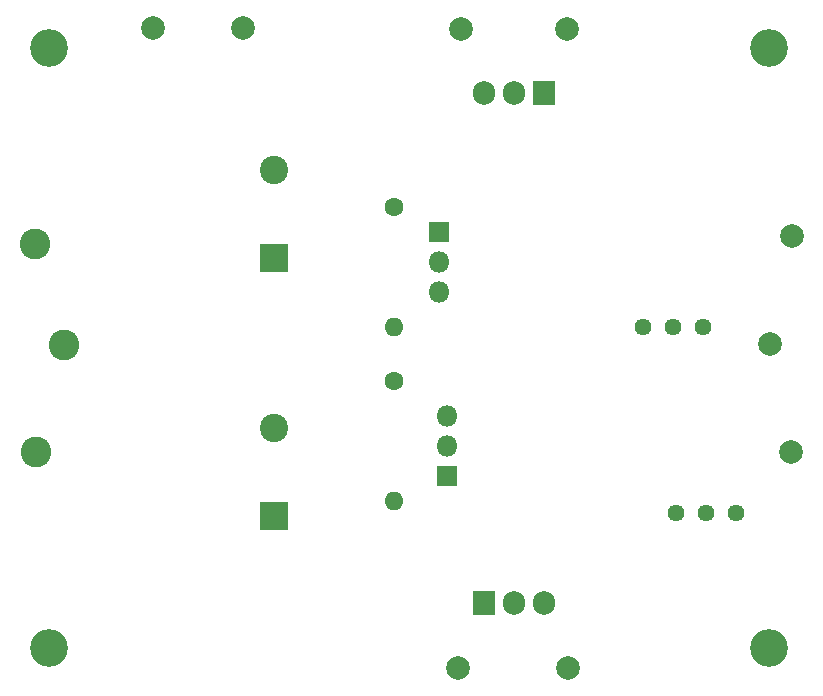
<source format=gbr>
G04 #@! TF.GenerationSoftware,KiCad,Pcbnew,(5.1.10-0-10_14)*
G04 #@! TF.CreationDate,2021-10-15T20:20:18+02:00*
G04 #@! TF.ProjectId,lv-lownoise-psu,6c762d6c-6f77-46e6-9f69-73652d707375,rev?*
G04 #@! TF.SameCoordinates,Original*
G04 #@! TF.FileFunction,Soldermask,Bot*
G04 #@! TF.FilePolarity,Negative*
%FSLAX46Y46*%
G04 Gerber Fmt 4.6, Leading zero omitted, Abs format (unit mm)*
G04 Created by KiCad (PCBNEW (5.1.10-0-10_14)) date 2021-10-15 20:20:18*
%MOMM*%
%LPD*%
G01*
G04 APERTURE LIST*
%ADD10C,2.000000*%
%ADD11O,1.600000X1.600000*%
%ADD12C,1.600000*%
%ADD13O,1.800000X1.800000*%
%ADD14R,1.800000X1.800000*%
%ADD15O,1.905000X2.000000*%
%ADD16R,1.905000X2.000000*%
%ADD17C,2.400000*%
%ADD18R,2.400000X2.400000*%
%ADD19C,1.440000*%
%ADD20C,2.600000*%
%ADD21C,3.200000*%
G04 APERTURE END LIST*
D10*
X119761000Y-85471000D03*
X129032000Y-85471000D03*
X128968500Y-31369000D03*
X120015000Y-31369000D03*
X93916500Y-31305500D03*
X101536500Y-31305500D03*
X147955000Y-67183000D03*
X146113500Y-58039000D03*
X148018500Y-48958500D03*
D11*
X114300000Y-71374000D03*
D12*
X114300000Y-61214000D03*
D11*
X114300000Y-56642000D03*
D12*
X114300000Y-46482000D03*
D13*
X118808500Y-64198500D03*
X118808500Y-66738500D03*
D14*
X118808500Y-69278500D03*
D13*
X118110000Y-53657500D03*
X118110000Y-51117500D03*
D14*
X118110000Y-48577500D03*
D15*
X127000000Y-80010000D03*
X124460000Y-80010000D03*
D16*
X121920000Y-80010000D03*
D15*
X121920000Y-36830000D03*
X124460000Y-36830000D03*
D16*
X127000000Y-36830000D03*
D17*
X104140000Y-65151000D03*
D18*
X104140000Y-72651000D03*
D17*
X104140000Y-43300000D03*
D18*
X104140000Y-50800000D03*
D19*
X143256000Y-72390000D03*
X140716000Y-72390000D03*
X138176000Y-72390000D03*
X140462000Y-56642000D03*
X137922000Y-56642000D03*
X135382000Y-56642000D03*
D20*
X83921600Y-49631600D03*
X86360000Y-58166000D03*
X83972400Y-67259200D03*
D21*
X146050000Y-33020000D03*
X146050000Y-83820000D03*
X85090000Y-83820000D03*
X85090000Y-33020000D03*
M02*

</source>
